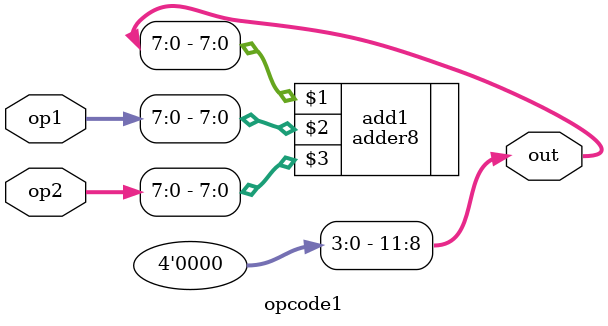
<source format=v>
`timescale 1ns/1ps
module opcode1(
      input wire[11:0] op1,
    input wire[11:0] op2,
    output wire[11:0] out
);
adder8 add1(out[7:0],op1[7:0],op2[7:0]);
buf b1(out[11],0);
buf b2(out[10],0);
buf b3(out[9],0);
buf b4(out[8],0);
endmodule
</source>
